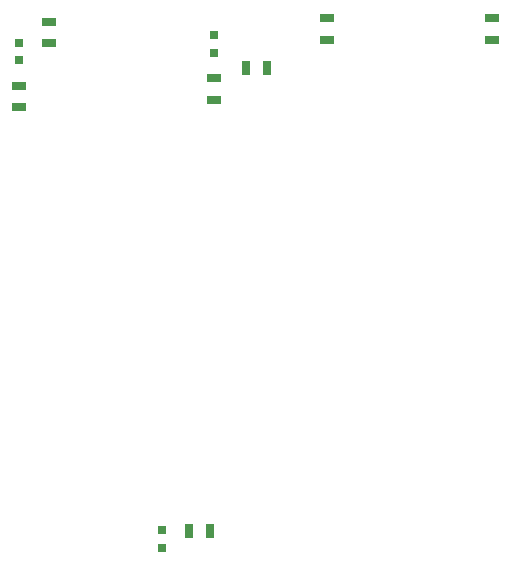
<source format=gtp>
G75*
%MOIN*%
%OFA0B0*%
%FSLAX25Y25*%
%IPPOS*%
%LPD*%
%AMOC8*
5,1,8,0,0,1.08239X$1,22.5*
%
%ADD10R,0.03150X0.03150*%
%ADD11R,0.04724X0.03150*%
%ADD12R,0.03150X0.04724*%
D10*
X0121800Y0058480D03*
X0121800Y0064386D03*
X0074300Y0220980D03*
X0074300Y0226886D03*
X0139300Y0229386D03*
X0139300Y0223480D03*
D11*
X0139300Y0214976D03*
X0139300Y0207890D03*
X0176800Y0227890D03*
X0176800Y0234976D03*
X0231800Y0234976D03*
X0231800Y0227890D03*
X0084300Y0226640D03*
X0084300Y0233726D03*
X0074300Y0212476D03*
X0074300Y0205390D03*
D12*
X0149757Y0218433D03*
X0156843Y0218433D03*
X0137843Y0063933D03*
X0130757Y0063933D03*
M02*

</source>
